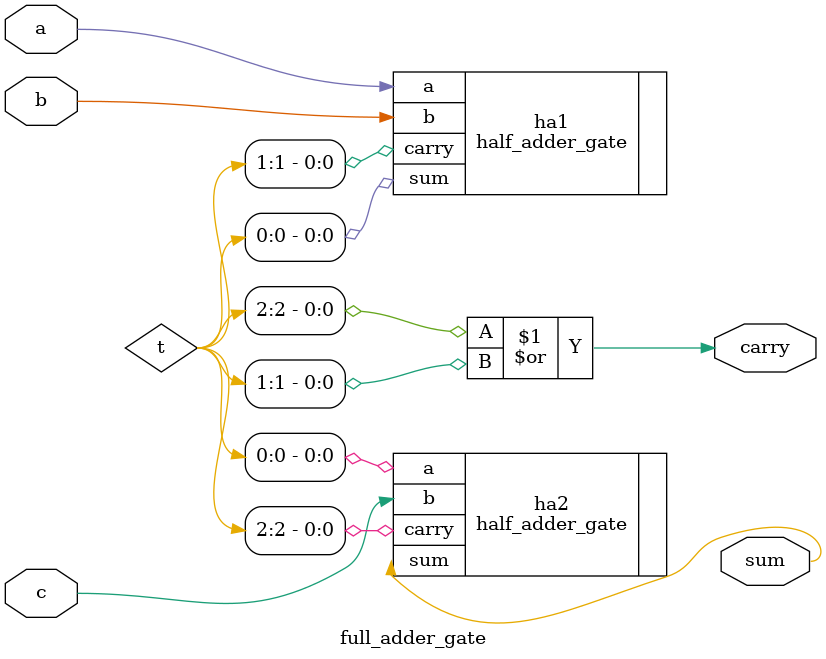
<source format=v>
`timescale 1ns / 1ps


module full_adder_gate(
    input a,
    input b,
    input c,
    output sum,
    output carry
    );
wire [2:0] t;

half_adder_gate ha1(
    .a(a),
    .b(b),
    .sum(t[0]),
    .carry(t[1])
    );
half_adder_gate ha2(
        .a(t[0]),
        .b(c),
        .sum(sum),
        .carry(t[2])
        );
assign carry = t[2] | t[1];
endmodule

</source>
